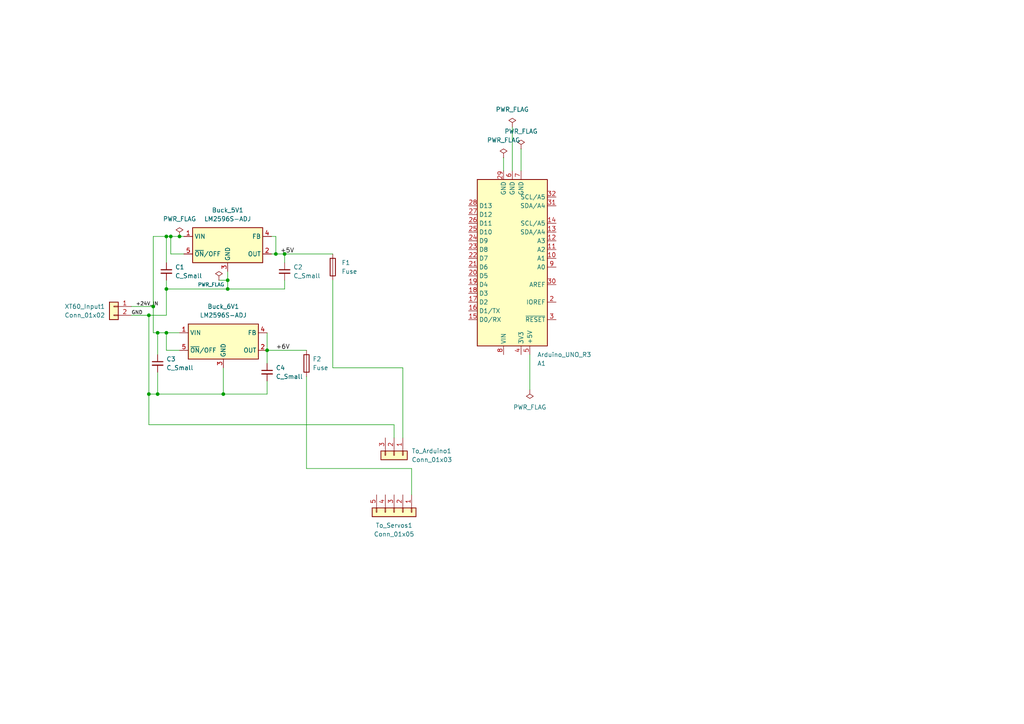
<source format=kicad_sch>
(kicad_sch
	(version 20250114)
	(generator "eeschema")
	(generator_version "9.0")
	(uuid "a0b8f5ad-c715-4685-9bc1-8aac905a6245")
	(paper "A4")
	(lib_symbols
		(symbol "Connector_Generic:Conn_01x02"
			(pin_names
				(offset 1.016)
				(hide yes)
			)
			(exclude_from_sim no)
			(in_bom yes)
			(on_board yes)
			(property "Reference" "J"
				(at 0 2.54 0)
				(effects
					(font
						(size 1.27 1.27)
					)
				)
			)
			(property "Value" "Conn_01x02"
				(at 0 -5.08 0)
				(effects
					(font
						(size 1.27 1.27)
					)
				)
			)
			(property "Footprint" ""
				(at 0 0 0)
				(effects
					(font
						(size 1.27 1.27)
					)
					(hide yes)
				)
			)
			(property "Datasheet" "~"
				(at 0 0 0)
				(effects
					(font
						(size 1.27 1.27)
					)
					(hide yes)
				)
			)
			(property "Description" "Generic connector, single row, 01x02, script generated (kicad-library-utils/schlib/autogen/connector/)"
				(at 0 0 0)
				(effects
					(font
						(size 1.27 1.27)
					)
					(hide yes)
				)
			)
			(property "ki_keywords" "connector"
				(at 0 0 0)
				(effects
					(font
						(size 1.27 1.27)
					)
					(hide yes)
				)
			)
			(property "ki_fp_filters" "Connector*:*_1x??_*"
				(at 0 0 0)
				(effects
					(font
						(size 1.27 1.27)
					)
					(hide yes)
				)
			)
			(symbol "Conn_01x02_1_1"
				(rectangle
					(start -1.27 1.27)
					(end 1.27 -3.81)
					(stroke
						(width 0.254)
						(type default)
					)
					(fill
						(type background)
					)
				)
				(rectangle
					(start -1.27 0.127)
					(end 0 -0.127)
					(stroke
						(width 0.1524)
						(type default)
					)
					(fill
						(type none)
					)
				)
				(rectangle
					(start -1.27 -2.413)
					(end 0 -2.667)
					(stroke
						(width 0.1524)
						(type default)
					)
					(fill
						(type none)
					)
				)
				(pin passive line
					(at -5.08 0 0)
					(length 3.81)
					(name "Pin_1"
						(effects
							(font
								(size 1.27 1.27)
							)
						)
					)
					(number "1"
						(effects
							(font
								(size 1.27 1.27)
							)
						)
					)
				)
				(pin passive line
					(at -5.08 -2.54 0)
					(length 3.81)
					(name "Pin_2"
						(effects
							(font
								(size 1.27 1.27)
							)
						)
					)
					(number "2"
						(effects
							(font
								(size 1.27 1.27)
							)
						)
					)
				)
			)
			(embedded_fonts no)
		)
		(symbol "Connector_Generic:Conn_01x03"
			(pin_names
				(offset 1.016)
				(hide yes)
			)
			(exclude_from_sim no)
			(in_bom yes)
			(on_board yes)
			(property "Reference" "J"
				(at 0 5.08 0)
				(effects
					(font
						(size 1.27 1.27)
					)
				)
			)
			(property "Value" "Conn_01x03"
				(at 0 -5.08 0)
				(effects
					(font
						(size 1.27 1.27)
					)
				)
			)
			(property "Footprint" ""
				(at 0 0 0)
				(effects
					(font
						(size 1.27 1.27)
					)
					(hide yes)
				)
			)
			(property "Datasheet" "~"
				(at 0 0 0)
				(effects
					(font
						(size 1.27 1.27)
					)
					(hide yes)
				)
			)
			(property "Description" "Generic connector, single row, 01x03, script generated (kicad-library-utils/schlib/autogen/connector/)"
				(at 0 0 0)
				(effects
					(font
						(size 1.27 1.27)
					)
					(hide yes)
				)
			)
			(property "ki_keywords" "connector"
				(at 0 0 0)
				(effects
					(font
						(size 1.27 1.27)
					)
					(hide yes)
				)
			)
			(property "ki_fp_filters" "Connector*:*_1x??_*"
				(at 0 0 0)
				(effects
					(font
						(size 1.27 1.27)
					)
					(hide yes)
				)
			)
			(symbol "Conn_01x03_1_1"
				(rectangle
					(start -1.27 3.81)
					(end 1.27 -3.81)
					(stroke
						(width 0.254)
						(type default)
					)
					(fill
						(type background)
					)
				)
				(rectangle
					(start -1.27 2.667)
					(end 0 2.413)
					(stroke
						(width 0.1524)
						(type default)
					)
					(fill
						(type none)
					)
				)
				(rectangle
					(start -1.27 0.127)
					(end 0 -0.127)
					(stroke
						(width 0.1524)
						(type default)
					)
					(fill
						(type none)
					)
				)
				(rectangle
					(start -1.27 -2.413)
					(end 0 -2.667)
					(stroke
						(width 0.1524)
						(type default)
					)
					(fill
						(type none)
					)
				)
				(pin passive line
					(at -5.08 2.54 0)
					(length 3.81)
					(name "Pin_1"
						(effects
							(font
								(size 1.27 1.27)
							)
						)
					)
					(number "1"
						(effects
							(font
								(size 1.27 1.27)
							)
						)
					)
				)
				(pin passive line
					(at -5.08 0 0)
					(length 3.81)
					(name "Pin_2"
						(effects
							(font
								(size 1.27 1.27)
							)
						)
					)
					(number "2"
						(effects
							(font
								(size 1.27 1.27)
							)
						)
					)
				)
				(pin passive line
					(at -5.08 -2.54 0)
					(length 3.81)
					(name "Pin_3"
						(effects
							(font
								(size 1.27 1.27)
							)
						)
					)
					(number "3"
						(effects
							(font
								(size 1.27 1.27)
							)
						)
					)
				)
			)
			(embedded_fonts no)
		)
		(symbol "Connector_Generic:Conn_01x05"
			(pin_names
				(offset 1.016)
				(hide yes)
			)
			(exclude_from_sim no)
			(in_bom yes)
			(on_board yes)
			(property "Reference" "J"
				(at 0 7.62 0)
				(effects
					(font
						(size 1.27 1.27)
					)
				)
			)
			(property "Value" "Conn_01x05"
				(at 0 -7.62 0)
				(effects
					(font
						(size 1.27 1.27)
					)
				)
			)
			(property "Footprint" ""
				(at 0 0 0)
				(effects
					(font
						(size 1.27 1.27)
					)
					(hide yes)
				)
			)
			(property "Datasheet" "~"
				(at 0 0 0)
				(effects
					(font
						(size 1.27 1.27)
					)
					(hide yes)
				)
			)
			(property "Description" "Generic connector, single row, 01x05, script generated (kicad-library-utils/schlib/autogen/connector/)"
				(at 0 0 0)
				(effects
					(font
						(size 1.27 1.27)
					)
					(hide yes)
				)
			)
			(property "ki_keywords" "connector"
				(at 0 0 0)
				(effects
					(font
						(size 1.27 1.27)
					)
					(hide yes)
				)
			)
			(property "ki_fp_filters" "Connector*:*_1x??_*"
				(at 0 0 0)
				(effects
					(font
						(size 1.27 1.27)
					)
					(hide yes)
				)
			)
			(symbol "Conn_01x05_1_1"
				(rectangle
					(start -1.27 6.35)
					(end 1.27 -6.35)
					(stroke
						(width 0.254)
						(type default)
					)
					(fill
						(type background)
					)
				)
				(rectangle
					(start -1.27 5.207)
					(end 0 4.953)
					(stroke
						(width 0.1524)
						(type default)
					)
					(fill
						(type none)
					)
				)
				(rectangle
					(start -1.27 2.667)
					(end 0 2.413)
					(stroke
						(width 0.1524)
						(type default)
					)
					(fill
						(type none)
					)
				)
				(rectangle
					(start -1.27 0.127)
					(end 0 -0.127)
					(stroke
						(width 0.1524)
						(type default)
					)
					(fill
						(type none)
					)
				)
				(rectangle
					(start -1.27 -2.413)
					(end 0 -2.667)
					(stroke
						(width 0.1524)
						(type default)
					)
					(fill
						(type none)
					)
				)
				(rectangle
					(start -1.27 -4.953)
					(end 0 -5.207)
					(stroke
						(width 0.1524)
						(type default)
					)
					(fill
						(type none)
					)
				)
				(pin passive line
					(at -5.08 5.08 0)
					(length 3.81)
					(name "Pin_1"
						(effects
							(font
								(size 1.27 1.27)
							)
						)
					)
					(number "1"
						(effects
							(font
								(size 1.27 1.27)
							)
						)
					)
				)
				(pin passive line
					(at -5.08 2.54 0)
					(length 3.81)
					(name "Pin_2"
						(effects
							(font
								(size 1.27 1.27)
							)
						)
					)
					(number "2"
						(effects
							(font
								(size 1.27 1.27)
							)
						)
					)
				)
				(pin passive line
					(at -5.08 0 0)
					(length 3.81)
					(name "Pin_3"
						(effects
							(font
								(size 1.27 1.27)
							)
						)
					)
					(number "3"
						(effects
							(font
								(size 1.27 1.27)
							)
						)
					)
				)
				(pin passive line
					(at -5.08 -2.54 0)
					(length 3.81)
					(name "Pin_4"
						(effects
							(font
								(size 1.27 1.27)
							)
						)
					)
					(number "4"
						(effects
							(font
								(size 1.27 1.27)
							)
						)
					)
				)
				(pin passive line
					(at -5.08 -5.08 0)
					(length 3.81)
					(name "Pin_5"
						(effects
							(font
								(size 1.27 1.27)
							)
						)
					)
					(number "5"
						(effects
							(font
								(size 1.27 1.27)
							)
						)
					)
				)
			)
			(embedded_fonts no)
		)
		(symbol "Device:C_Small"
			(pin_numbers
				(hide yes)
			)
			(pin_names
				(offset 0.254)
				(hide yes)
			)
			(exclude_from_sim no)
			(in_bom yes)
			(on_board yes)
			(property "Reference" "C"
				(at 0.254 1.778 0)
				(effects
					(font
						(size 1.27 1.27)
					)
					(justify left)
				)
			)
			(property "Value" "C_Small"
				(at 0.254 -2.032 0)
				(effects
					(font
						(size 1.27 1.27)
					)
					(justify left)
				)
			)
			(property "Footprint" ""
				(at 0 0 0)
				(effects
					(font
						(size 1.27 1.27)
					)
					(hide yes)
				)
			)
			(property "Datasheet" "~"
				(at 0 0 0)
				(effects
					(font
						(size 1.27 1.27)
					)
					(hide yes)
				)
			)
			(property "Description" "Unpolarized capacitor, small symbol"
				(at 0 0 0)
				(effects
					(font
						(size 1.27 1.27)
					)
					(hide yes)
				)
			)
			(property "ki_keywords" "capacitor cap"
				(at 0 0 0)
				(effects
					(font
						(size 1.27 1.27)
					)
					(hide yes)
				)
			)
			(property "ki_fp_filters" "C_*"
				(at 0 0 0)
				(effects
					(font
						(size 1.27 1.27)
					)
					(hide yes)
				)
			)
			(symbol "C_Small_0_1"
				(polyline
					(pts
						(xy -1.524 0.508) (xy 1.524 0.508)
					)
					(stroke
						(width 0.3048)
						(type default)
					)
					(fill
						(type none)
					)
				)
				(polyline
					(pts
						(xy -1.524 -0.508) (xy 1.524 -0.508)
					)
					(stroke
						(width 0.3302)
						(type default)
					)
					(fill
						(type none)
					)
				)
			)
			(symbol "C_Small_1_1"
				(pin passive line
					(at 0 2.54 270)
					(length 2.032)
					(name "~"
						(effects
							(font
								(size 1.27 1.27)
							)
						)
					)
					(number "1"
						(effects
							(font
								(size 1.27 1.27)
							)
						)
					)
				)
				(pin passive line
					(at 0 -2.54 90)
					(length 2.032)
					(name "~"
						(effects
							(font
								(size 1.27 1.27)
							)
						)
					)
					(number "2"
						(effects
							(font
								(size 1.27 1.27)
							)
						)
					)
				)
			)
			(embedded_fonts no)
		)
		(symbol "Device:Fuse"
			(pin_numbers
				(hide yes)
			)
			(pin_names
				(offset 0)
			)
			(exclude_from_sim no)
			(in_bom yes)
			(on_board yes)
			(property "Reference" "F"
				(at 2.032 0 90)
				(effects
					(font
						(size 1.27 1.27)
					)
				)
			)
			(property "Value" "Fuse"
				(at -1.905 0 90)
				(effects
					(font
						(size 1.27 1.27)
					)
				)
			)
			(property "Footprint" ""
				(at -1.778 0 90)
				(effects
					(font
						(size 1.27 1.27)
					)
					(hide yes)
				)
			)
			(property "Datasheet" "~"
				(at 0 0 0)
				(effects
					(font
						(size 1.27 1.27)
					)
					(hide yes)
				)
			)
			(property "Description" "Fuse"
				(at 0 0 0)
				(effects
					(font
						(size 1.27 1.27)
					)
					(hide yes)
				)
			)
			(property "ki_keywords" "fuse"
				(at 0 0 0)
				(effects
					(font
						(size 1.27 1.27)
					)
					(hide yes)
				)
			)
			(property "ki_fp_filters" "*Fuse*"
				(at 0 0 0)
				(effects
					(font
						(size 1.27 1.27)
					)
					(hide yes)
				)
			)
			(symbol "Fuse_0_1"
				(rectangle
					(start -0.762 -2.54)
					(end 0.762 2.54)
					(stroke
						(width 0.254)
						(type default)
					)
					(fill
						(type none)
					)
				)
				(polyline
					(pts
						(xy 0 2.54) (xy 0 -2.54)
					)
					(stroke
						(width 0)
						(type default)
					)
					(fill
						(type none)
					)
				)
			)
			(symbol "Fuse_1_1"
				(pin passive line
					(at 0 3.81 270)
					(length 1.27)
					(name "~"
						(effects
							(font
								(size 1.27 1.27)
							)
						)
					)
					(number "1"
						(effects
							(font
								(size 1.27 1.27)
							)
						)
					)
				)
				(pin passive line
					(at 0 -3.81 90)
					(length 1.27)
					(name "~"
						(effects
							(font
								(size 1.27 1.27)
							)
						)
					)
					(number "2"
						(effects
							(font
								(size 1.27 1.27)
							)
						)
					)
				)
			)
			(embedded_fonts no)
		)
		(symbol "MCU_Module:Arduino_UNO_R3"
			(exclude_from_sim no)
			(in_bom yes)
			(on_board yes)
			(property "Reference" "A1"
				(at 7.2233 27.94 0)
				(effects
					(font
						(size 1.27 1.27)
					)
					(justify left)
				)
			)
			(property "Value" "Arduino_UNO_R3"
				(at 7.2233 25.4 0)
				(effects
					(font
						(size 1.27 1.27)
					)
					(justify left)
				)
			)
			(property "Footprint" "Module:Arduino_UNO_R3"
				(at 0 0 0)
				(effects
					(font
						(size 1.27 1.27)
						(italic yes)
					)
					(hide yes)
				)
			)
			(property "Datasheet" "https://www.arduino.cc/en/Main/arduinoBoardUno"
				(at 0 0 0)
				(effects
					(font
						(size 1.27 1.27)
					)
					(hide yes)
				)
			)
			(property "Description" "Arduino UNO Microcontroller Module, release 3"
				(at 0 0 0)
				(effects
					(font
						(size 1.27 1.27)
					)
					(hide yes)
				)
			)
			(property "ki_keywords" "Arduino UNO R3 Microcontroller Module Atmel AVR USB"
				(at 0 0 0)
				(effects
					(font
						(size 1.27 1.27)
					)
					(hide yes)
				)
			)
			(property "ki_fp_filters" "Arduino*UNO*R3*"
				(at 0 0 0)
				(effects
					(font
						(size 1.27 1.27)
					)
					(hide yes)
				)
			)
			(symbol "Arduino_UNO_R3_0_1"
				(rectangle
					(start -10.16 22.86)
					(end 10.16 -25.4)
					(stroke
						(width 0.254)
						(type default)
					)
					(fill
						(type background)
					)
				)
			)
			(symbol "Arduino_UNO_R3_1_1"
				(pin bidirectional line
					(at -12.7 15.24 0)
					(length 2.54)
					(name "D0/RX"
						(effects
							(font
								(size 1.27 1.27)
							)
						)
					)
					(number "15"
						(effects
							(font
								(size 1.27 1.27)
							)
						)
					)
				)
				(pin bidirectional line
					(at -12.7 12.7 0)
					(length 2.54)
					(name "D1/TX"
						(effects
							(font
								(size 1.27 1.27)
							)
						)
					)
					(number "16"
						(effects
							(font
								(size 1.27 1.27)
							)
						)
					)
				)
				(pin bidirectional line
					(at -12.7 10.16 0)
					(length 2.54)
					(name "D2"
						(effects
							(font
								(size 1.27 1.27)
							)
						)
					)
					(number "17"
						(effects
							(font
								(size 1.27 1.27)
							)
						)
					)
				)
				(pin bidirectional line
					(at -12.7 7.62 0)
					(length 2.54)
					(name "D3"
						(effects
							(font
								(size 1.27 1.27)
							)
						)
					)
					(number "18"
						(effects
							(font
								(size 1.27 1.27)
							)
						)
					)
				)
				(pin bidirectional line
					(at -12.7 5.08 0)
					(length 2.54)
					(name "D4"
						(effects
							(font
								(size 1.27 1.27)
							)
						)
					)
					(number "19"
						(effects
							(font
								(size 1.27 1.27)
							)
						)
					)
				)
				(pin bidirectional line
					(at -12.7 2.54 0)
					(length 2.54)
					(name "D5"
						(effects
							(font
								(size 1.27 1.27)
							)
						)
					)
					(number "20"
						(effects
							(font
								(size 1.27 1.27)
							)
						)
					)
				)
				(pin bidirectional line
					(at -12.7 0 0)
					(length 2.54)
					(name "D6"
						(effects
							(font
								(size 1.27 1.27)
							)
						)
					)
					(number "21"
						(effects
							(font
								(size 1.27 1.27)
							)
						)
					)
				)
				(pin bidirectional line
					(at -12.7 -2.54 0)
					(length 2.54)
					(name "D7"
						(effects
							(font
								(size 1.27 1.27)
							)
						)
					)
					(number "22"
						(effects
							(font
								(size 1.27 1.27)
							)
						)
					)
				)
				(pin bidirectional line
					(at -12.7 -5.08 0)
					(length 2.54)
					(name "D8"
						(effects
							(font
								(size 1.27 1.27)
							)
						)
					)
					(number "23"
						(effects
							(font
								(size 1.27 1.27)
							)
						)
					)
				)
				(pin bidirectional line
					(at -12.7 -7.62 0)
					(length 2.54)
					(name "D9"
						(effects
							(font
								(size 1.27 1.27)
							)
						)
					)
					(number "24"
						(effects
							(font
								(size 1.27 1.27)
							)
						)
					)
				)
				(pin bidirectional line
					(at -12.7 -10.16 0)
					(length 2.54)
					(name "D10"
						(effects
							(font
								(size 1.27 1.27)
							)
						)
					)
					(number "25"
						(effects
							(font
								(size 1.27 1.27)
							)
						)
					)
				)
				(pin bidirectional line
					(at -12.7 -12.7 0)
					(length 2.54)
					(name "D11"
						(effects
							(font
								(size 1.27 1.27)
							)
						)
					)
					(number "26"
						(effects
							(font
								(size 1.27 1.27)
							)
						)
					)
				)
				(pin bidirectional line
					(at -12.7 -15.24 0)
					(length 2.54)
					(name "D12"
						(effects
							(font
								(size 1.27 1.27)
							)
						)
					)
					(number "27"
						(effects
							(font
								(size 1.27 1.27)
							)
						)
					)
				)
				(pin bidirectional line
					(at -12.7 -17.78 0)
					(length 2.54)
					(name "D13"
						(effects
							(font
								(size 1.27 1.27)
							)
						)
					)
					(number "28"
						(effects
							(font
								(size 1.27 1.27)
							)
						)
					)
				)
				(pin no_connect line
					(at -10.16 -20.32 0)
					(length 2.54)
					(hide yes)
					(name "NC"
						(effects
							(font
								(size 1.27 1.27)
							)
						)
					)
					(number "1"
						(effects
							(font
								(size 1.27 1.27)
							)
						)
					)
				)
				(pin power_in line
					(at -2.54 25.4 270)
					(length 2.54)
					(name "VIN"
						(effects
							(font
								(size 1.27 1.27)
							)
						)
					)
					(number "8"
						(effects
							(font
								(size 1.27 1.27)
							)
						)
					)
				)
				(pin power_in line
					(at -2.54 -27.94 90)
					(length 2.54)
					(name "GND"
						(effects
							(font
								(size 1.27 1.27)
							)
						)
					)
					(number "29"
						(effects
							(font
								(size 1.27 1.27)
							)
						)
					)
				)
				(pin power_in line
					(at 0 -27.94 90)
					(length 2.54)
					(name "GND"
						(effects
							(font
								(size 1.27 1.27)
							)
						)
					)
					(number "6"
						(effects
							(font
								(size 1.27 1.27)
							)
						)
					)
				)
				(pin power_out line
					(at 2.54 25.4 270)
					(length 2.54)
					(name "3V3"
						(effects
							(font
								(size 1.27 1.27)
							)
						)
					)
					(number "4"
						(effects
							(font
								(size 1.27 1.27)
							)
						)
					)
				)
				(pin power_in line
					(at 2.54 -27.94 90)
					(length 2.54)
					(name "GND"
						(effects
							(font
								(size 1.27 1.27)
							)
						)
					)
					(number "7"
						(effects
							(font
								(size 1.27 1.27)
							)
						)
					)
				)
				(pin power_in line
					(at 5.08 25.4 270)
					(length 2.54)
					(name "+5V"
						(effects
							(font
								(size 1.27 1.27)
							)
						)
					)
					(number "5"
						(effects
							(font
								(size 1.27 1.27)
							)
						)
					)
				)
				(pin input line
					(at 12.7 15.24 180)
					(length 2.54)
					(name "~{RESET}"
						(effects
							(font
								(size 1.27 1.27)
							)
						)
					)
					(number "3"
						(effects
							(font
								(size 1.27 1.27)
							)
						)
					)
				)
				(pin output line
					(at 12.7 10.16 180)
					(length 2.54)
					(name "IOREF"
						(effects
							(font
								(size 1.27 1.27)
							)
						)
					)
					(number "2"
						(effects
							(font
								(size 1.27 1.27)
							)
						)
					)
				)
				(pin input line
					(at 12.7 5.08 180)
					(length 2.54)
					(name "AREF"
						(effects
							(font
								(size 1.27 1.27)
							)
						)
					)
					(number "30"
						(effects
							(font
								(size 1.27 1.27)
							)
						)
					)
				)
				(pin bidirectional line
					(at 12.7 0 180)
					(length 2.54)
					(name "A0"
						(effects
							(font
								(size 1.27 1.27)
							)
						)
					)
					(number "9"
						(effects
							(font
								(size 1.27 1.27)
							)
						)
					)
				)
				(pin bidirectional line
					(at 12.7 -2.54 180)
					(length 2.54)
					(name "A1"
						(effects
							(font
								(size 1.27 1.27)
							)
						)
					)
					(number "10"
						(effects
							(font
								(size 1.27 1.27)
							)
						)
					)
				)
				(pin bidirectional line
					(at 12.7 -5.08 180)
					(length 2.54)
					(name "A2"
						(effects
							(font
								(size 1.27 1.27)
							)
						)
					)
					(number "11"
						(effects
							(font
								(size 1.27 1.27)
							)
						)
					)
				)
				(pin bidirectional line
					(at 12.7 -7.62 180)
					(length 2.54)
					(name "A3"
						(effects
							(font
								(size 1.27 1.27)
							)
						)
					)
					(number "12"
						(effects
							(font
								(size 1.27 1.27)
							)
						)
					)
				)
				(pin bidirectional line
					(at 12.7 -10.16 180)
					(length 2.54)
					(name "SDA/A4"
						(effects
							(font
								(size 1.27 1.27)
							)
						)
					)
					(number "13"
						(effects
							(font
								(size 1.27 1.27)
							)
						)
					)
				)
				(pin bidirectional line
					(at 12.7 -12.7 180)
					(length 2.54)
					(name "SCL/A5"
						(effects
							(font
								(size 1.27 1.27)
							)
						)
					)
					(number "14"
						(effects
							(font
								(size 1.27 1.27)
							)
						)
					)
				)
				(pin bidirectional line
					(at 12.7 -17.78 180)
					(length 2.54)
					(name "SDA/A4"
						(effects
							(font
								(size 1.27 1.27)
							)
						)
					)
					(number "31"
						(effects
							(font
								(size 1.27 1.27)
							)
						)
					)
				)
				(pin bidirectional line
					(at 12.7 -20.32 180)
					(length 2.54)
					(name "SCL/A5"
						(effects
							(font
								(size 1.27 1.27)
							)
						)
					)
					(number "32"
						(effects
							(font
								(size 1.27 1.27)
							)
						)
					)
				)
			)
			(embedded_fonts no)
		)
		(symbol "Regulator_Switching:LM2596S-ADJ"
			(exclude_from_sim no)
			(in_bom yes)
			(on_board yes)
			(property "Reference" "U"
				(at -10.16 6.35 0)
				(effects
					(font
						(size 1.27 1.27)
					)
					(justify left)
				)
			)
			(property "Value" "LM2596S-ADJ"
				(at 0 6.35 0)
				(effects
					(font
						(size 1.27 1.27)
					)
					(justify left)
				)
			)
			(property "Footprint" "Package_TO_SOT_SMD:TO-263-5_TabPin3"
				(at 1.27 -6.35 0)
				(effects
					(font
						(size 1.27 1.27)
						(italic yes)
					)
					(justify left)
					(hide yes)
				)
			)
			(property "Datasheet" "http://www.ti.com/lit/ds/symlink/lm2596.pdf"
				(at 0 0 0)
				(effects
					(font
						(size 1.27 1.27)
					)
					(hide yes)
				)
			)
			(property "Description" "Adjustable 3A Step-Down Voltage Regulator, TO-263"
				(at 0 0 0)
				(effects
					(font
						(size 1.27 1.27)
					)
					(hide yes)
				)
			)
			(property "ki_keywords" "Step-Down Voltage Regulator Adjustable 3A"
				(at 0 0 0)
				(effects
					(font
						(size 1.27 1.27)
					)
					(hide yes)
				)
			)
			(property "ki_fp_filters" "TO?263*"
				(at 0 0 0)
				(effects
					(font
						(size 1.27 1.27)
					)
					(hide yes)
				)
			)
			(symbol "LM2596S-ADJ_0_1"
				(rectangle
					(start -10.16 5.08)
					(end 10.16 -5.08)
					(stroke
						(width 0.254)
						(type default)
					)
					(fill
						(type background)
					)
				)
			)
			(symbol "LM2596S-ADJ_1_1"
				(pin power_in line
					(at -12.7 2.54 0)
					(length 2.54)
					(name "VIN"
						(effects
							(font
								(size 1.27 1.27)
							)
						)
					)
					(number "1"
						(effects
							(font
								(size 1.27 1.27)
							)
						)
					)
				)
				(pin input line
					(at -12.7 -2.54 0)
					(length 2.54)
					(name "~{ON}/OFF"
						(effects
							(font
								(size 1.27 1.27)
							)
						)
					)
					(number "5"
						(effects
							(font
								(size 1.27 1.27)
							)
						)
					)
				)
				(pin power_in line
					(at 0 -7.62 90)
					(length 2.54)
					(name "GND"
						(effects
							(font
								(size 1.27 1.27)
							)
						)
					)
					(number "3"
						(effects
							(font
								(size 1.27 1.27)
							)
						)
					)
				)
				(pin input line
					(at 12.7 2.54 180)
					(length 2.54)
					(name "FB"
						(effects
							(font
								(size 1.27 1.27)
							)
						)
					)
					(number "4"
						(effects
							(font
								(size 1.27 1.27)
							)
						)
					)
				)
				(pin output line
					(at 12.7 -2.54 180)
					(length 2.54)
					(name "OUT"
						(effects
							(font
								(size 1.27 1.27)
							)
						)
					)
					(number "2"
						(effects
							(font
								(size 1.27 1.27)
							)
						)
					)
				)
			)
			(embedded_fonts no)
		)
		(symbol "power:PWR_FLAG"
			(power)
			(pin_numbers
				(hide yes)
			)
			(pin_names
				(offset 0)
				(hide yes)
			)
			(exclude_from_sim no)
			(in_bom yes)
			(on_board yes)
			(property "Reference" "#FLG"
				(at 0 1.905 0)
				(effects
					(font
						(size 1.27 1.27)
					)
					(hide yes)
				)
			)
			(property "Value" "PWR_FLAG"
				(at 0 3.81 0)
				(effects
					(font
						(size 1.27 1.27)
					)
				)
			)
			(property "Footprint" ""
				(at 0 0 0)
				(effects
					(font
						(size 1.27 1.27)
					)
					(hide yes)
				)
			)
			(property "Datasheet" "~"
				(at 0 0 0)
				(effects
					(font
						(size 1.27 1.27)
					)
					(hide yes)
				)
			)
			(property "Description" "Special symbol for telling ERC where power comes from"
				(at 0 0 0)
				(effects
					(font
						(size 1.27 1.27)
					)
					(hide yes)
				)
			)
			(property "ki_keywords" "flag power"
				(at 0 0 0)
				(effects
					(font
						(size 1.27 1.27)
					)
					(hide yes)
				)
			)
			(symbol "PWR_FLAG_0_0"
				(pin power_out line
					(at 0 0 90)
					(length 0)
					(name "~"
						(effects
							(font
								(size 1.27 1.27)
							)
						)
					)
					(number "1"
						(effects
							(font
								(size 1.27 1.27)
							)
						)
					)
				)
			)
			(symbol "PWR_FLAG_0_1"
				(polyline
					(pts
						(xy 0 0) (xy 0 1.27) (xy -1.016 1.905) (xy 0 2.54) (xy 1.016 1.905) (xy 0 1.27)
					)
					(stroke
						(width 0)
						(type default)
					)
					(fill
						(type none)
					)
				)
			)
			(embedded_fonts no)
		)
	)
	(junction
		(at 64.77 114.3)
		(diameter 0)
		(color 0 0 0 0)
		(uuid "12280c68-b4a6-4018-9c45-81520675169f")
	)
	(junction
		(at 80.01 73.66)
		(diameter 0)
		(color 0 0 0 0)
		(uuid "17655cbc-d020-458d-bc71-763974db0b4b")
	)
	(junction
		(at 49.53 68.58)
		(diameter 0)
		(color 0 0 0 0)
		(uuid "40b7465f-3fd4-4e8b-802d-1c9e4c43e005")
	)
	(junction
		(at 48.26 83.82)
		(diameter 0)
		(color 0 0 0 0)
		(uuid "479c0bb5-ac3a-49b0-bb05-1deb1fa33fca")
	)
	(junction
		(at 52.07 68.58)
		(diameter 0)
		(color 0 0 0 0)
		(uuid "57d1e580-c1a6-43b3-9b5d-6765b0d7c4bf")
	)
	(junction
		(at 66.04 83.82)
		(diameter 0)
		(color 0 0 0 0)
		(uuid "5bcccbb7-304d-4b1d-9d7c-5c5aff6bb429")
	)
	(junction
		(at 48.26 96.52)
		(diameter 0)
		(color 0 0 0 0)
		(uuid "6f4d92fc-6645-48b4-aba5-0c90d04ad7f2")
	)
	(junction
		(at 82.55 73.66)
		(diameter 0)
		(color 0 0 0 0)
		(uuid "84b1eba9-465b-4509-aeff-9cb10ed49a21")
	)
	(junction
		(at 77.47 101.6)
		(diameter 0)
		(color 0 0 0 0)
		(uuid "914369e5-bef6-4318-8bfe-a4830e18c0a5")
	)
	(junction
		(at 44.45 88.9)
		(diameter 0)
		(color 0 0 0 0)
		(uuid "92243008-0cd2-49de-9ac4-2641dc1172ed")
	)
	(junction
		(at 45.72 96.52)
		(diameter 0)
		(color 0 0 0 0)
		(uuid "93874ee3-7542-4542-a5f3-0d71ebf7ab4d")
	)
	(junction
		(at 43.18 114.3)
		(diameter 0)
		(color 0 0 0 0)
		(uuid "a2d2f3d3-cc18-4442-9529-db0a1cc12271")
	)
	(junction
		(at 43.18 91.44)
		(diameter 0)
		(color 0 0 0 0)
		(uuid "a5d3943f-148e-4a39-847a-d36cf2e25e3c")
	)
	(junction
		(at 66.04 81.28)
		(diameter 0)
		(color 0 0 0 0)
		(uuid "c15ecd63-709c-4b06-a537-e2a1cbcc0344")
	)
	(junction
		(at 45.72 114.3)
		(diameter 0)
		(color 0 0 0 0)
		(uuid "deec6efd-a9e2-4657-aa54-ca29f9a6b775")
	)
	(junction
		(at 48.26 68.58)
		(diameter 0)
		(color 0 0 0 0)
		(uuid "efeea69d-909b-492e-8b08-baf5f927de0c")
	)
	(wire
		(pts
			(xy 44.45 68.58) (xy 44.45 88.9)
		)
		(stroke
			(width 0)
			(type default)
		)
		(uuid "03f79287-5283-447d-a1b8-0a0c71d53c1b")
	)
	(wire
		(pts
			(xy 153.67 113.03) (xy 153.67 102.87)
		)
		(stroke
			(width 0)
			(type default)
		)
		(uuid "054eff97-b7f3-42d1-94d8-3c512c45b75b")
	)
	(wire
		(pts
			(xy 38.1 88.9) (xy 44.45 88.9)
		)
		(stroke
			(width 0)
			(type default)
		)
		(uuid "100f44f7-3124-4a6c-9f64-6f0ff648e377")
	)
	(wire
		(pts
			(xy 66.04 78.74) (xy 66.04 81.28)
		)
		(stroke
			(width 0)
			(type default)
		)
		(uuid "16d32b87-b27f-4301-bca8-e18223922fc8")
	)
	(wire
		(pts
			(xy 78.74 68.58) (xy 80.01 68.58)
		)
		(stroke
			(width 0)
			(type default)
		)
		(uuid "202163d8-8b6e-4312-a2df-937e2234a8f5")
	)
	(wire
		(pts
			(xy 88.9 109.22) (xy 88.9 135.89)
		)
		(stroke
			(width 0)
			(type default)
		)
		(uuid "249fc495-3e52-4b37-b875-194135cad833")
	)
	(wire
		(pts
			(xy 151.13 43.18) (xy 151.13 49.53)
		)
		(stroke
			(width 0)
			(type default)
		)
		(uuid "35e3eb55-8394-471f-a830-c47aff891521")
	)
	(wire
		(pts
			(xy 66.04 83.82) (xy 48.26 83.82)
		)
		(stroke
			(width 0)
			(type default)
		)
		(uuid "363ebf83-7db5-46d0-9b6e-613196ac81ee")
	)
	(wire
		(pts
			(xy 146.05 45.72) (xy 146.05 49.53)
		)
		(stroke
			(width 0)
			(type default)
		)
		(uuid "3db819bc-01d9-49f7-aba3-6876dffa71c2")
	)
	(wire
		(pts
			(xy 82.55 73.66) (xy 96.52 73.66)
		)
		(stroke
			(width 0)
			(type default)
		)
		(uuid "42d6b35c-cd58-406d-a694-002a756dd09b")
	)
	(wire
		(pts
			(xy 43.18 91.44) (xy 43.18 114.3)
		)
		(stroke
			(width 0)
			(type default)
		)
		(uuid "492c5783-1df8-4db0-ae13-33471f2259d5")
	)
	(wire
		(pts
			(xy 77.47 114.3) (xy 64.77 114.3)
		)
		(stroke
			(width 0)
			(type default)
		)
		(uuid "54f57674-6ad9-440c-98b2-3fb5248f42a1")
	)
	(wire
		(pts
			(xy 43.18 123.19) (xy 43.18 114.3)
		)
		(stroke
			(width 0)
			(type default)
		)
		(uuid "5fda09f0-620e-42b8-acc4-3936c5eb9efd")
	)
	(wire
		(pts
			(xy 45.72 96.52) (xy 48.26 96.52)
		)
		(stroke
			(width 0)
			(type default)
		)
		(uuid "611a8f87-9059-42e8-a898-23f5134a8245")
	)
	(wire
		(pts
			(xy 44.45 68.58) (xy 48.26 68.58)
		)
		(stroke
			(width 0)
			(type default)
		)
		(uuid "61e856cc-4dbe-4b50-9f0b-37320bebb63c")
	)
	(wire
		(pts
			(xy 77.47 96.52) (xy 77.47 101.6)
		)
		(stroke
			(width 0)
			(type default)
		)
		(uuid "6297afd2-e1bf-4c9e-87ef-895c3c8eb591")
	)
	(wire
		(pts
			(xy 64.77 114.3) (xy 45.72 114.3)
		)
		(stroke
			(width 0)
			(type default)
		)
		(uuid "6377b92a-65f1-4799-a911-ef0e40d3feef")
	)
	(wire
		(pts
			(xy 77.47 110.49) (xy 77.47 114.3)
		)
		(stroke
			(width 0)
			(type default)
		)
		(uuid "6f59cca7-5a04-4b3a-b5e4-05c73d6e0a9d")
	)
	(wire
		(pts
			(xy 48.26 101.6) (xy 48.26 96.52)
		)
		(stroke
			(width 0)
			(type default)
		)
		(uuid "6f73ea8f-e6d7-4967-9960-7794c7117028")
	)
	(wire
		(pts
			(xy 88.9 135.89) (xy 119.38 135.89)
		)
		(stroke
			(width 0)
			(type default)
		)
		(uuid "723770b0-020f-4234-a0bb-c4fd6f1b37ea")
	)
	(wire
		(pts
			(xy 53.34 73.66) (xy 49.53 73.66)
		)
		(stroke
			(width 0)
			(type default)
		)
		(uuid "72592668-ca6a-44bd-97be-ee8a71f8daa8")
	)
	(wire
		(pts
			(xy 148.59 36.83) (xy 148.59 49.53)
		)
		(stroke
			(width 0)
			(type default)
		)
		(uuid "73196885-f38a-4a34-ba74-f409352e4984")
	)
	(wire
		(pts
			(xy 77.47 101.6) (xy 88.9 101.6)
		)
		(stroke
			(width 0)
			(type default)
		)
		(uuid "73b8568d-2617-4776-ae7d-921e5679b886")
	)
	(wire
		(pts
			(xy 45.72 102.87) (xy 45.72 96.52)
		)
		(stroke
			(width 0)
			(type default)
		)
		(uuid "7d3f924d-bd2c-4b8f-91cd-52d8be1ec1ce")
	)
	(wire
		(pts
			(xy 48.26 81.28) (xy 48.26 83.82)
		)
		(stroke
			(width 0)
			(type default)
		)
		(uuid "7decb4a1-a337-48e3-8c25-2ca9a2dacf59")
	)
	(wire
		(pts
			(xy 49.53 73.66) (xy 49.53 68.58)
		)
		(stroke
			(width 0)
			(type default)
		)
		(uuid "88a3199f-02a1-42bb-9e9a-22afd33ede68")
	)
	(wire
		(pts
			(xy 48.26 96.52) (xy 52.07 96.52)
		)
		(stroke
			(width 0)
			(type default)
		)
		(uuid "8acb0eac-aa06-472e-b6c0-49d98fdccb6b")
	)
	(wire
		(pts
			(xy 116.84 106.68) (xy 116.84 127)
		)
		(stroke
			(width 0)
			(type default)
		)
		(uuid "8e6a18d2-0634-4adb-a99f-b25d49b4c1c2")
	)
	(wire
		(pts
			(xy 82.55 76.2) (xy 82.55 73.66)
		)
		(stroke
			(width 0)
			(type default)
		)
		(uuid "8f1da7fe-702c-432d-9ca5-502867451e38")
	)
	(wire
		(pts
			(xy 96.52 81.28) (xy 96.52 106.68)
		)
		(stroke
			(width 0)
			(type default)
		)
		(uuid "9242c8a3-f33a-4a7d-80e2-44a916815b3c")
	)
	(wire
		(pts
			(xy 77.47 101.6) (xy 77.47 105.41)
		)
		(stroke
			(width 0)
			(type default)
		)
		(uuid "93b9f534-294c-4f44-b9b9-46ab93c4d417")
	)
	(wire
		(pts
			(xy 78.74 73.66) (xy 80.01 73.66)
		)
		(stroke
			(width 0)
			(type default)
		)
		(uuid "93dbf2af-9176-4c7a-a1a6-b687db1cbb45")
	)
	(wire
		(pts
			(xy 114.3 127) (xy 114.3 123.19)
		)
		(stroke
			(width 0)
			(type default)
		)
		(uuid "9c0fb5e9-64d5-4022-9a6f-8c7a1390c703")
	)
	(wire
		(pts
			(xy 63.5 81.28) (xy 66.04 81.28)
		)
		(stroke
			(width 0)
			(type default)
		)
		(uuid "a399b528-2338-4cb0-aac8-9538d890992b")
	)
	(wire
		(pts
			(xy 52.07 101.6) (xy 48.26 101.6)
		)
		(stroke
			(width 0)
			(type default)
		)
		(uuid "a8585d0d-520f-4bec-8fdf-a946097ba5d3")
	)
	(wire
		(pts
			(xy 66.04 81.28) (xy 66.04 83.82)
		)
		(stroke
			(width 0)
			(type default)
		)
		(uuid "b8527757-fbb6-4f7d-a11e-daba9a800d73")
	)
	(wire
		(pts
			(xy 80.01 73.66) (xy 82.55 73.66)
		)
		(stroke
			(width 0)
			(type default)
		)
		(uuid "bbf94a65-fe5d-4f8b-ac8e-da8d1f70400f")
	)
	(wire
		(pts
			(xy 45.72 114.3) (xy 43.18 114.3)
		)
		(stroke
			(width 0)
			(type default)
		)
		(uuid "c05332ff-5678-47f3-8852-62385e95ce51")
	)
	(wire
		(pts
			(xy 82.55 81.28) (xy 82.55 83.82)
		)
		(stroke
			(width 0)
			(type default)
		)
		(uuid "c2214222-7eb7-4291-a967-4e6327aa7898")
	)
	(wire
		(pts
			(xy 80.01 68.58) (xy 80.01 73.66)
		)
		(stroke
			(width 0)
			(type default)
		)
		(uuid "c26d1a94-447f-4dff-85ae-740c7331cdcc")
	)
	(wire
		(pts
			(xy 48.26 76.2) (xy 48.26 68.58)
		)
		(stroke
			(width 0)
			(type default)
		)
		(uuid "c3c23bcf-881f-486e-ab7f-07f9a6d1fa8a")
	)
	(wire
		(pts
			(xy 38.1 91.44) (xy 43.18 91.44)
		)
		(stroke
			(width 0)
			(type default)
		)
		(uuid "cda25147-b452-432b-9435-a676f77934f9")
	)
	(wire
		(pts
			(xy 48.26 83.82) (xy 48.26 91.44)
		)
		(stroke
			(width 0)
			(type default)
		)
		(uuid "d1341f47-495b-4fc3-95ab-77163d63aace")
	)
	(wire
		(pts
			(xy 43.18 91.44) (xy 48.26 91.44)
		)
		(stroke
			(width 0)
			(type default)
		)
		(uuid "d8c715dd-b459-4b82-89fa-9ff4b12c0e36")
	)
	(wire
		(pts
			(xy 52.07 68.58) (xy 53.34 68.58)
		)
		(stroke
			(width 0)
			(type default)
		)
		(uuid "dff43931-a653-49d0-a576-a1c65d119b84")
	)
	(wire
		(pts
			(xy 44.45 96.52) (xy 45.72 96.52)
		)
		(stroke
			(width 0)
			(type default)
		)
		(uuid "e00c742b-278c-45b8-958b-aeedeb296702")
	)
	(wire
		(pts
			(xy 64.77 106.68) (xy 64.77 114.3)
		)
		(stroke
			(width 0)
			(type default)
		)
		(uuid "e4990e1e-06c6-4b75-b8ce-a253dcd5d5a0")
	)
	(wire
		(pts
			(xy 82.55 83.82) (xy 66.04 83.82)
		)
		(stroke
			(width 0)
			(type default)
		)
		(uuid "e557062a-ec2c-408c-ac32-466de21852f0")
	)
	(wire
		(pts
			(xy 114.3 123.19) (xy 43.18 123.19)
		)
		(stroke
			(width 0)
			(type default)
		)
		(uuid "e6b12b48-051e-478b-8d05-992407990645")
	)
	(wire
		(pts
			(xy 49.53 68.58) (xy 52.07 68.58)
		)
		(stroke
			(width 0)
			(type default)
		)
		(uuid "e959974c-3979-48b6-9a46-9a661ff5cd47")
	)
	(wire
		(pts
			(xy 119.38 135.89) (xy 119.38 143.51)
		)
		(stroke
			(width 0)
			(type default)
		)
		(uuid "ea8b5cb9-c5ac-4d8f-ba89-b641acbc7bee")
	)
	(wire
		(pts
			(xy 44.45 88.9) (xy 44.45 96.52)
		)
		(stroke
			(width 0)
			(type default)
		)
		(uuid "ee2f7e2d-c193-4bf5-afff-bc56bd90769a")
	)
	(wire
		(pts
			(xy 45.72 107.95) (xy 45.72 114.3)
		)
		(stroke
			(width 0)
			(type default)
		)
		(uuid "f0869490-7ddb-444e-b08b-931a42becf88")
	)
	(wire
		(pts
			(xy 96.52 106.68) (xy 116.84 106.68)
		)
		(stroke
			(width 0)
			(type default)
		)
		(uuid "f6978e0c-cdda-45a4-add0-909f08b1e862")
	)
	(wire
		(pts
			(xy 48.26 68.58) (xy 49.53 68.58)
		)
		(stroke
			(width 0)
			(type default)
		)
		(uuid "fcbdfaf3-9b0d-4a4f-a5a7-768c9bb279d2")
	)
	(label "+6V"
		(at 80.01 101.6 0)
		(effects
			(font
				(size 1.27 1.27)
			)
			(justify left bottom)
		)
		(uuid "c8b8ee7f-d268-46b3-911d-2035878da67c")
	)
	(label "+24V_IN"
		(at 39.37 88.9 0)
		(effects
			(font
				(size 1.016 1.016)
			)
			(justify left bottom)
		)
		(uuid "e4fc0ca1-e8cc-46dd-ba07-8341ff465270")
	)
	(label "GND"
		(at 38.1 91.44 0)
		(effects
			(font
				(size 1.016 1.016)
			)
			(justify left bottom)
		)
		(uuid "f1f2b726-b014-4d94-8f7e-9e7316d2a3db")
	)
	(label "+5V"
		(at 81.28 73.66 0)
		(effects
			(font
				(size 1.27 1.27)
			)
			(justify left bottom)
		)
		(uuid "f3653bb2-ac18-44b0-bc03-6a7b1bf42fdb")
	)
	(symbol
		(lib_id "Device:C_Small")
		(at 82.55 78.74 0)
		(unit 1)
		(exclude_from_sim no)
		(in_bom yes)
		(on_board yes)
		(dnp no)
		(fields_autoplaced yes)
		(uuid "00bc6bf7-efb7-4f1f-a1a7-5227383bfa3a")
		(property "Reference" "C2"
			(at 85.09 77.4762 0)
			(effects
				(font
					(size 1.27 1.27)
				)
				(justify left)
			)
		)
		(property "Value" "C_Small"
			(at 85.09 80.0162 0)
			(effects
				(font
					(size 1.27 1.27)
				)
				(justify left)
			)
		)
		(property "Footprint" "Capacitor_THT:C_Disc_D5.0mm_W2.5mm_P2.50mm"
			(at 82.55 78.74 0)
			(effects
				(font
					(size 1.27 1.27)
				)
				(hide yes)
			)
		)
		(property "Datasheet" "~"
			(at 82.55 78.74 0)
			(effects
				(font
					(size 1.27 1.27)
				)
				(hide yes)
			)
		)
		(property "Description" "Unpolarized capacitor, small symbol"
			(at 82.55 78.74 0)
			(effects
				(font
					(size 1.27 1.27)
				)
				(hide yes)
			)
		)
		(pin "1"
			(uuid "1c0d96ad-be77-4274-8459-bef65bf6fe59")
		)
		(pin "2"
			(uuid "4579c28a-98c7-46e7-97eb-43c86e76c770")
		)
		(instances
			(project ""
				(path "/a0b8f5ad-c715-4685-9bc1-8aac905a6245"
					(reference "C2")
					(unit 1)
				)
			)
		)
	)
	(symbol
		(lib_id "Connector_Generic:Conn_01x03")
		(at 114.3 132.08 270)
		(unit 1)
		(exclude_from_sim no)
		(in_bom yes)
		(on_board yes)
		(dnp no)
		(fields_autoplaced yes)
		(uuid "0d44a207-b8ef-4b8a-b51d-ecd00f3f6c28")
		(property "Reference" "To_Arduino1"
			(at 119.38 130.8099 90)
			(effects
				(font
					(size 1.27 1.27)
				)
				(justify left)
			)
		)
		(property "Value" "Conn_01x03"
			(at 119.38 133.3499 90)
			(effects
				(font
					(size 1.27 1.27)
				)
				(justify left)
			)
		)
		(property "Footprint" ""
			(at 114.3 132.08 0)
			(effects
				(font
					(size 1.27 1.27)
				)
				(hide yes)
			)
		)
		(property "Datasheet" "~"
			(at 114.3 132.08 0)
			(effects
				(font
					(size 1.27 1.27)
				)
				(hide yes)
			)
		)
		(property "Description" "Generic connector, single row, 01x03, script generated (kicad-library-utils/schlib/autogen/connector/)"
			(at 114.3 132.08 0)
			(effects
				(font
					(size 1.27 1.27)
				)
				(hide yes)
			)
		)
		(pin "2"
			(uuid "b4d87c00-a6e7-4664-ae19-ed5debe566d7")
		)
		(pin "1"
			(uuid "6003886d-9fc0-4f77-a47f-014b0086551f")
		)
		(pin "3"
			(uuid "361fb2b7-3087-4430-91ac-c84f29be5063")
		)
		(instances
			(project ""
				(path "/a0b8f5ad-c715-4685-9bc1-8aac905a6245"
					(reference "To_Arduino1")
					(unit 1)
				)
			)
		)
	)
	(symbol
		(lib_id "Device:Fuse")
		(at 88.9 105.41 0)
		(unit 1)
		(exclude_from_sim no)
		(in_bom yes)
		(on_board yes)
		(dnp no)
		(uuid "10bd1b3f-5642-49b7-ab3b-ff976ab66e81")
		(property "Reference" "F2"
			(at 90.678 104.14 0)
			(effects
				(font
					(size 1.27 1.27)
				)
				(justify left)
			)
		)
		(property "Value" "Fuse"
			(at 90.678 106.68 0)
			(effects
				(font
					(size 1.27 1.27)
				)
				(justify left)
			)
		)
		(property "Footprint" ""
			(at 87.122 105.41 90)
			(effects
				(font
					(size 1.27 1.27)
				)
				(hide yes)
			)
		)
		(property "Datasheet" "~"
			(at 88.9 105.41 0)
			(effects
				(font
					(size 1.27 1.27)
				)
				(hide yes)
			)
		)
		(property "Description" "Fuse"
			(at 88.9 105.41 0)
			(effects
				(font
					(size 1.27 1.27)
				)
				(hide yes)
			)
		)
		(pin "1"
			(uuid "f0527c2e-4c07-49cf-a23f-977e4ea87004")
		)
		(pin "2"
			(uuid "3113d5d4-f109-4b52-b4eb-d6ad8142e4dd")
		)
		(instances
			(project ""
				(path "/a0b8f5ad-c715-4685-9bc1-8aac905a6245"
					(reference "F2")
					(unit 1)
				)
			)
		)
	)
	(symbol
		(lib_id "Device:C_Small")
		(at 45.72 105.41 0)
		(unit 1)
		(exclude_from_sim no)
		(in_bom yes)
		(on_board yes)
		(dnp no)
		(fields_autoplaced yes)
		(uuid "2e7db70c-e538-44ea-80ef-b3de3365d4f0")
		(property "Reference" "C3"
			(at 48.26 104.1462 0)
			(effects
				(font
					(size 1.27 1.27)
				)
				(justify left)
			)
		)
		(property "Value" "C_Small"
			(at 48.26 106.6862 0)
			(effects
				(font
					(size 1.27 1.27)
				)
				(justify left)
			)
		)
		(property "Footprint" "Capacitor_THT:C_Disc_D5.0mm_W2.5mm_P2.50mm"
			(at 45.72 105.41 0)
			(effects
				(font
					(size 1.27 1.27)
				)
				(hide yes)
			)
		)
		(property "Datasheet" "~"
			(at 45.72 105.41 0)
			(effects
				(font
					(size 1.27 1.27)
				)
				(hide yes)
			)
		)
		(property "Description" "Unpolarized capacitor, small symbol"
			(at 45.72 105.41 0)
			(effects
				(font
					(size 1.27 1.27)
				)
				(hide yes)
			)
		)
		(pin "1"
			(uuid "5220f24b-d041-4c29-bc61-1a919af1b4f5")
		)
		(pin "2"
			(uuid "c97f9072-26ba-4096-84f8-7f75b264767b")
		)
		(instances
			(project ""
				(path "/a0b8f5ad-c715-4685-9bc1-8aac905a6245"
					(reference "C3")
					(unit 1)
				)
			)
		)
	)
	(symbol
		(lib_id "Device:C_Small")
		(at 77.47 107.95 0)
		(unit 1)
		(exclude_from_sim no)
		(in_bom yes)
		(on_board yes)
		(dnp no)
		(fields_autoplaced yes)
		(uuid "4143aeeb-40e1-4fc7-aadb-031c0751a1e2")
		(property "Reference" "C4"
			(at 80.01 106.6862 0)
			(effects
				(font
					(size 1.27 1.27)
				)
				(justify left)
			)
		)
		(property "Value" "C_Small"
			(at 80.01 109.2262 0)
			(effects
				(font
					(size 1.27 1.27)
				)
				(justify left)
			)
		)
		(property "Footprint" "Capacitor_THT:C_Disc_D5.0mm_W2.5mm_P2.50mm"
			(at 77.47 107.95 0)
			(effects
				(font
					(size 1.27 1.27)
				)
				(hide yes)
			)
		)
		(property "Datasheet" "~"
			(at 77.47 107.95 0)
			(effects
				(font
					(size 1.27 1.27)
				)
				(hide yes)
			)
		)
		(property "Description" "Unpolarized capacitor, small symbol"
			(at 77.47 107.95 0)
			(effects
				(font
					(size 1.27 1.27)
				)
				(hide yes)
			)
		)
		(pin "1"
			(uuid "07f49b8b-cb36-4cc2-b92c-24cd54c490f0")
		)
		(pin "2"
			(uuid "dffa2243-a5a3-4b9d-ac72-3161ce4e83d0")
		)
		(instances
			(project ""
				(path "/a0b8f5ad-c715-4685-9bc1-8aac905a6245"
					(reference "C4")
					(unit 1)
				)
			)
		)
	)
	(symbol
		(lib_id "power:PWR_FLAG")
		(at 63.5 81.28 0)
		(unit 1)
		(exclude_from_sim no)
		(in_bom yes)
		(on_board yes)
		(dnp no)
		(uuid "59e2ad89-8eec-4160-bf98-9998e12f5939")
		(property "Reference" "#FLG02"
			(at 63.5 79.375 0)
			(effects
				(font
					(size 1.27 1.27)
				)
				(hide yes)
			)
		)
		(property "Value" "PWR_FLAG"
			(at 61.214 82.55 0)
			(effects
				(font
					(size 1.016 1.016)
				)
			)
		)
		(property "Footprint" ""
			(at 63.5 81.28 0)
			(effects
				(font
					(size 1.27 1.27)
				)
				(hide yes)
			)
		)
		(property "Datasheet" "~"
			(at 63.5 81.28 0)
			(effects
				(font
					(size 1.27 1.27)
				)
				(hide yes)
			)
		)
		(property "Description" "Special symbol for telling ERC where power comes from"
			(at 63.5 81.28 0)
			(effects
				(font
					(size 1.27 1.27)
				)
				(hide yes)
			)
		)
		(pin "1"
			(uuid "08a7b27d-21ec-4502-b71f-d25268df78bc")
		)
		(instances
			(project ""
				(path "/a0b8f5ad-c715-4685-9bc1-8aac905a6245"
					(reference "#FLG02")
					(unit 1)
				)
			)
		)
	)
	(symbol
		(lib_id "Connector_Generic:Conn_01x02")
		(at 33.02 88.9 0)
		(mirror y)
		(unit 1)
		(exclude_from_sim no)
		(in_bom yes)
		(on_board yes)
		(dnp no)
		(uuid "5b8c8b43-8f6c-4913-8712-91535262725c")
		(property "Reference" "XT60_Input1"
			(at 30.48 88.8999 0)
			(effects
				(font
					(size 1.27 1.27)
				)
				(justify left)
			)
		)
		(property "Value" "Conn_01x02"
			(at 30.48 91.4399 0)
			(effects
				(font
					(size 1.27 1.27)
				)
				(justify left)
			)
		)
		(property "Footprint" ""
			(at 33.02 88.9 0)
			(effects
				(font
					(size 1.27 1.27)
				)
				(hide yes)
			)
		)
		(property "Datasheet" "~"
			(at 33.02 88.9 0)
			(effects
				(font
					(size 1.27 1.27)
				)
				(hide yes)
			)
		)
		(property "Description" "Generic connector, single row, 01x02, script generated (kicad-library-utils/schlib/autogen/connector/)"
			(at 33.02 88.9 0)
			(effects
				(font
					(size 1.27 1.27)
				)
				(hide yes)
			)
		)
		(pin "1"
			(uuid "42df11c0-f2cf-4b54-87ac-cc2106a63f98")
		)
		(pin "2"
			(uuid "83f313d2-8d1a-44fc-b20a-527ae466ddc4")
		)
		(instances
			(project ""
				(path "/a0b8f5ad-c715-4685-9bc1-8aac905a6245"
					(reference "XT60_Input1")
					(unit 1)
				)
			)
		)
	)
	(symbol
		(lib_id "power:PWR_FLAG")
		(at 153.67 113.03 0)
		(mirror x)
		(unit 1)
		(exclude_from_sim no)
		(in_bom yes)
		(on_board yes)
		(dnp no)
		(uuid "685891f1-c51a-466a-89bb-4c237cad4698")
		(property "Reference" "#FLG03"
			(at 153.67 114.935 0)
			(effects
				(font
					(size 1.27 1.27)
				)
				(hide yes)
			)
		)
		(property "Value" "PWR_FLAG"
			(at 153.67 118.11 0)
			(effects
				(font
					(size 1.27 1.27)
				)
			)
		)
		(property "Footprint" ""
			(at 153.67 113.03 0)
			(effects
				(font
					(size 1.27 1.27)
				)
				(hide yes)
			)
		)
		(property "Datasheet" "~"
			(at 153.67 113.03 0)
			(effects
				(font
					(size 1.27 1.27)
				)
				(hide yes)
			)
		)
		(property "Description" "Special symbol for telling ERC where power comes from"
			(at 153.67 113.03 0)
			(effects
				(font
					(size 1.27 1.27)
				)
				(hide yes)
			)
		)
		(pin "1"
			(uuid "8b28d703-37cf-4ebf-acc5-df50c9f68551")
		)
		(instances
			(project ""
				(path "/a0b8f5ad-c715-4685-9bc1-8aac905a6245"
					(reference "#FLG03")
					(unit 1)
				)
			)
		)
	)
	(symbol
		(lib_id "power:PWR_FLAG")
		(at 146.05 45.72 0)
		(unit 1)
		(exclude_from_sim no)
		(in_bom yes)
		(on_board yes)
		(dnp no)
		(fields_autoplaced yes)
		(uuid "74891036-1e25-43c1-9064-30344e2c2611")
		(property "Reference" "#FLG04"
			(at 146.05 43.815 0)
			(effects
				(font
					(size 1.27 1.27)
				)
				(hide yes)
			)
		)
		(property "Value" "PWR_FLAG"
			(at 146.05 40.64 0)
			(effects
				(font
					(size 1.27 1.27)
				)
			)
		)
		(property "Footprint" ""
			(at 146.05 45.72 0)
			(effects
				(font
					(size 1.27 1.27)
				)
				(hide yes)
			)
		)
		(property "Datasheet" "~"
			(at 146.05 45.72 0)
			(effects
				(font
					(size 1.27 1.27)
				)
				(hide yes)
			)
		)
		(property "Description" "Special symbol for telling ERC where power comes from"
			(at 146.05 45.72 0)
			(effects
				(font
					(size 1.27 1.27)
				)
				(hide yes)
			)
		)
		(pin "1"
			(uuid "4bf65bc4-5184-4498-a6a7-d780a8e8960b")
		)
		(instances
			(project ""
				(path "/a0b8f5ad-c715-4685-9bc1-8aac905a6245"
					(reference "#FLG04")
					(unit 1)
				)
			)
		)
	)
	(symbol
		(lib_id "power:PWR_FLAG")
		(at 151.13 43.18 0)
		(unit 1)
		(exclude_from_sim no)
		(in_bom yes)
		(on_board yes)
		(dnp no)
		(fields_autoplaced yes)
		(uuid "7c57b58d-5ab4-42d3-b002-a77e22396d92")
		(property "Reference" "#FLG06"
			(at 151.13 41.275 0)
			(effects
				(font
					(size 1.27 1.27)
				)
				(hide yes)
			)
		)
		(property "Value" "PWR_FLAG"
			(at 151.13 38.1 0)
			(effects
				(font
					(size 1.27 1.27)
				)
			)
		)
		(property "Footprint" ""
			(at 151.13 43.18 0)
			(effects
				(font
					(size 1.27 1.27)
				)
				(hide yes)
			)
		)
		(property "Datasheet" "~"
			(at 151.13 43.18 0)
			(effects
				(font
					(size 1.27 1.27)
				)
				(hide yes)
			)
		)
		(property "Description" "Special symbol for telling ERC where power comes from"
			(at 151.13 43.18 0)
			(effects
				(font
					(size 1.27 1.27)
				)
				(hide yes)
			)
		)
		(pin "1"
			(uuid "12cdf253-f4a5-472c-adb7-c6a5f82f878f")
		)
		(instances
			(project "Power_Distribution_Boards"
				(path "/a0b8f5ad-c715-4685-9bc1-8aac905a6245"
					(reference "#FLG06")
					(unit 1)
				)
			)
		)
	)
	(symbol
		(lib_id "Regulator_Switching:LM2596S-ADJ")
		(at 64.77 99.06 0)
		(unit 1)
		(exclude_from_sim no)
		(in_bom yes)
		(on_board yes)
		(dnp no)
		(fields_autoplaced yes)
		(uuid "80a294fc-8f67-43ae-818a-80b34f25b594")
		(property "Reference" "Buck_6V1"
			(at 64.77 88.9 0)
			(effects
				(font
					(size 1.27 1.27)
				)
			)
		)
		(property "Value" "LM2596S-ADJ"
			(at 64.77 91.44 0)
			(effects
				(font
					(size 1.27 1.27)
				)
			)
		)
		(property "Footprint" "Package_TO_SOT_SMD:TO-263-5_TabPin3"
			(at 66.04 105.41 0)
			(effects
				(font
					(size 1.27 1.27)
					(italic yes)
				)
				(justify left)
				(hide yes)
			)
		)
		(property "Datasheet" "http://www.ti.com/lit/ds/symlink/lm2596.pdf"
			(at 64.77 99.06 0)
			(effects
				(font
					(size 1.27 1.27)
				)
				(hide yes)
			)
		)
		(property "Description" "Adjustable 3A Step-Down Voltage Regulator, TO-263"
			(at 64.77 99.06 0)
			(effects
				(font
					(size 1.27 1.27)
				)
				(hide yes)
			)
		)
		(pin "5"
			(uuid "3cdc5c66-8e15-4c08-9385-cd970c68d323")
		)
		(pin "3"
			(uuid "3ea34560-b043-4bbf-9abc-aa82fd2cdb44")
		)
		(pin "2"
			(uuid "209b828a-13ad-4ac3-8e26-596999e85f9e")
		)
		(pin "1"
			(uuid "43fcce4b-76e4-4add-842c-26aaab8ba3f9")
		)
		(pin "4"
			(uuid "5fa8bab8-988f-4277-8138-b1775eb31838")
		)
		(instances
			(project ""
				(path "/a0b8f5ad-c715-4685-9bc1-8aac905a6245"
					(reference "Buck_6V1")
					(unit 1)
				)
			)
		)
	)
	(symbol
		(lib_id "Regulator_Switching:LM2596S-ADJ")
		(at 66.04 71.12 0)
		(unit 1)
		(exclude_from_sim no)
		(in_bom yes)
		(on_board yes)
		(dnp no)
		(fields_autoplaced yes)
		(uuid "9da88bdf-0c43-477b-ae3c-e9d3350de01f")
		(property "Reference" "Buck_5V1"
			(at 66.04 60.96 0)
			(effects
				(font
					(size 1.27 1.27)
				)
			)
		)
		(property "Value" "LM2596S-ADJ"
			(at 66.04 63.5 0)
			(effects
				(font
					(size 1.27 1.27)
				)
			)
		)
		(property "Footprint" "Package_TO_SOT_SMD:TO-263-5_TabPin3"
			(at 67.31 77.47 0)
			(effects
				(font
					(size 1.27 1.27)
					(italic yes)
				)
				(justify left)
				(hide yes)
			)
		)
		(property "Datasheet" "http://www.ti.com/lit/ds/symlink/lm2596.pdf"
			(at 66.04 71.12 0)
			(effects
				(font
					(size 1.27 1.27)
				)
				(hide yes)
			)
		)
		(property "Description" "Adjustable 3A Step-Down Voltage Regulator, TO-263"
			(at 66.04 71.12 0)
			(effects
				(font
					(size 1.27 1.27)
				)
				(hide yes)
			)
		)
		(pin "1"
			(uuid "a0d9edb1-89cd-4456-8c6a-9e608d3ae676")
		)
		(pin "3"
			(uuid "4439cab3-1c4a-4292-a6a6-63ed355bdec6")
		)
		(pin "2"
			(uuid "3bc410fe-b7e1-479f-b7c4-a4dc91872a5e")
		)
		(pin "4"
			(uuid "080f2c89-e61c-4021-a0f6-392ffffdf7c8")
		)
		(pin "5"
			(uuid "86f1bb1a-24ed-43c9-8a2b-9d1a0ad64431")
		)
		(instances
			(project ""
				(path "/a0b8f5ad-c715-4685-9bc1-8aac905a6245"
					(reference "Buck_5V1")
					(unit 1)
				)
			)
		)
	)
	(symbol
		(lib_id "MCU_Module:Arduino_UNO_R3")
		(at 148.59 77.47 0)
		(mirror x)
		(unit 1)
		(exclude_from_sim no)
		(in_bom yes)
		(on_board yes)
		(dnp no)
		(uuid "af93b47e-e419-4137-a470-d79bdafd4e58")
		(property "Reference" "A1"
			(at 155.8133 105.41 0)
			(effects
				(font
					(size 1.27 1.27)
				)
				(justify left)
			)
		)
		(property "Value" "Arduino_UNO_R3"
			(at 155.8133 102.87 0)
			(effects
				(font
					(size 1.27 1.27)
				)
				(justify left)
			)
		)
		(property "Footprint" "Module:Arduino_UNO_R3"
			(at 148.59 77.47 0)
			(effects
				(font
					(size 1.27 1.27)
					(italic yes)
				)
				(hide yes)
			)
		)
		(property "Datasheet" "https://www.arduino.cc/en/Main/arduinoBoardUno"
			(at 148.59 77.47 0)
			(effects
				(font
					(size 1.27 1.27)
				)
				(hide yes)
			)
		)
		(property "Description" "Arduino UNO Microcontroller Module, release 3"
			(at 148.59 77.47 0)
			(effects
				(font
					(size 1.27 1.27)
				)
				(hide yes)
			)
		)
		(pin "16"
			(uuid "9c19806d-91e6-4510-a660-f4a135a7c6a6")
		)
		(pin "17"
			(uuid "af87d22e-819d-4323-b98c-5843fe6aff51")
		)
		(pin "1"
			(uuid "ecfa92e4-6524-479c-9653-024f07378b5c")
		)
		(pin "7"
			(uuid "475aff80-2f6d-42c6-afd1-9d804df6eda4")
		)
		(pin "27"
			(uuid "9d697288-be14-4d2c-bbf7-6ac891e9e4ad")
		)
		(pin "20"
			(uuid "973e3118-e9bf-4e63-b016-3464864ca90b")
		)
		(pin "8"
			(uuid "a0cb3096-e56d-4ed1-b7fa-28d2c62906df")
		)
		(pin "12"
			(uuid "1b47df59-3f8a-4b90-bc57-b35a1c742d88")
		)
		(pin "28"
			(uuid "c55fe746-a20d-4e18-9523-d6dcd184d875")
		)
		(pin "29"
			(uuid "b428e0cc-0ce0-4bdd-af57-2f594f09969b")
		)
		(pin "19"
			(uuid "76e7e988-16d9-4425-b325-2dea7bf881cd")
		)
		(pin "10"
			(uuid "d2b96d13-3eaf-4325-9f6a-f2a68cbb8d44")
		)
		(pin "4"
			(uuid "7df2a7a6-5879-4bf5-b5ad-c6f2fe9d1a87")
		)
		(pin "3"
			(uuid "e71bff44-38e1-4c05-a052-c555a8a2f378")
		)
		(pin "11"
			(uuid "ed81ae9a-3fb5-493d-b899-11dd54a6793b")
		)
		(pin "23"
			(uuid "eb77888a-cd5d-4326-8d61-b89028d4df88")
		)
		(pin "15"
			(uuid "89a4e7e9-0983-4319-bf63-7a7b96c932ee")
		)
		(pin "24"
			(uuid "90a00c49-ddb4-4f89-b0ac-4c9c0053267c")
		)
		(pin "25"
			(uuid "74cea120-2e0b-4ba1-8c26-236e3eb346d7")
		)
		(pin "26"
			(uuid "c98e9c66-094a-42a0-8866-c2f7e8447120")
		)
		(pin "22"
			(uuid "e7b2f527-ee34-443e-b743-b122040abe87")
		)
		(pin "18"
			(uuid "3fe90d6d-dc4c-474e-968e-6a363d64e05d")
		)
		(pin "21"
			(uuid "a9b27d88-8102-4120-b268-f2ac90435a8d")
		)
		(pin "6"
			(uuid "03ac2fd1-1c82-4000-a4c4-a2651e09a2a2")
		)
		(pin "2"
			(uuid "fb347201-7fb2-490b-80cf-0e11ee58594f")
		)
		(pin "30"
			(uuid "90a98924-2d33-4a71-b3ad-4d45dae68cd6")
		)
		(pin "9"
			(uuid "63f6d07e-ab27-44b3-bb11-d84dbdbbb6cf")
		)
		(pin "5"
			(uuid "c91554d2-e21f-451d-a783-cc37e26bf65f")
		)
		(pin "14"
			(uuid "8c144218-1f98-4f86-b9fa-94055f3618e9")
		)
		(pin "32"
			(uuid "fcb165df-f171-4b07-9a69-2067b8d92f3c")
		)
		(pin "31"
			(uuid "fafcccc8-f706-44fc-bab5-a127df8752e4")
		)
		(pin "13"
			(uuid "3df20690-1dbb-42f2-9c3d-3008ddfff164")
		)
		(instances
			(project ""
				(path "/a0b8f5ad-c715-4685-9bc1-8aac905a6245"
					(reference "A1")
					(unit 1)
				)
			)
		)
	)
	(symbol
		(lib_id "power:PWR_FLAG")
		(at 148.59 36.83 0)
		(unit 1)
		(exclude_from_sim no)
		(in_bom yes)
		(on_board yes)
		(dnp no)
		(fields_autoplaced yes)
		(uuid "c08c4e27-7d84-42ef-8351-fb7a690fda06")
		(property "Reference" "#FLG05"
			(at 148.59 34.925 0)
			(effects
				(font
					(size 1.27 1.27)
				)
				(hide yes)
			)
		)
		(property "Value" "PWR_FLAG"
			(at 148.59 31.75 0)
			(effects
				(font
					(size 1.27 1.27)
				)
			)
		)
		(property "Footprint" ""
			(at 148.59 36.83 0)
			(effects
				(font
					(size 1.27 1.27)
				)
				(hide yes)
			)
		)
		(property "Datasheet" "~"
			(at 148.59 36.83 0)
			(effects
				(font
					(size 1.27 1.27)
				)
				(hide yes)
			)
		)
		(property "Description" "Special symbol for telling ERC where power comes from"
			(at 148.59 36.83 0)
			(effects
				(font
					(size 1.27 1.27)
				)
				(hide yes)
			)
		)
		(pin "1"
			(uuid "6c7e24cf-52ef-4979-b8e0-99ace22989fd")
		)
		(instances
			(project "Power_Distribution_Boards"
				(path "/a0b8f5ad-c715-4685-9bc1-8aac905a6245"
					(reference "#FLG05")
					(unit 1)
				)
			)
		)
	)
	(symbol
		(lib_id "Device:C_Small")
		(at 48.26 78.74 0)
		(unit 1)
		(exclude_from_sim no)
		(in_bom yes)
		(on_board yes)
		(dnp no)
		(fields_autoplaced yes)
		(uuid "cb4b7e3a-e4c2-48ec-bcdd-29a419e922c1")
		(property "Reference" "C1"
			(at 50.8 77.4762 0)
			(effects
				(font
					(size 1.27 1.27)
				)
				(justify left)
			)
		)
		(property "Value" "C_Small"
			(at 50.8 80.0162 0)
			(effects
				(font
					(size 1.27 1.27)
				)
				(justify left)
			)
		)
		(property "Footprint" "Capacitor_THT:C_Disc_D5.0mm_W2.5mm_P2.50mm"
			(at 48.26 78.74 0)
			(effects
				(font
					(size 1.27 1.27)
				)
				(hide yes)
			)
		)
		(property "Datasheet" "~"
			(at 48.26 78.74 0)
			(effects
				(font
					(size 1.27 1.27)
				)
				(hide yes)
			)
		)
		(property "Description" "Unpolarized capacitor, small symbol"
			(at 48.26 78.74 0)
			(effects
				(font
					(size 1.27 1.27)
				)
				(hide yes)
			)
		)
		(pin "2"
			(uuid "cef2ba67-0110-4b42-8e4e-807505c48cf6")
		)
		(pin "1"
			(uuid "1f501c27-983d-4fca-b51c-cdc2e1fd61ab")
		)
		(instances
			(project ""
				(path "/a0b8f5ad-c715-4685-9bc1-8aac905a6245"
					(reference "C1")
					(unit 1)
				)
			)
		)
	)
	(symbol
		(lib_id "power:PWR_FLAG")
		(at 52.07 68.58 0)
		(unit 1)
		(exclude_from_sim no)
		(in_bom yes)
		(on_board yes)
		(dnp no)
		(fields_autoplaced yes)
		(uuid "d0372ae6-de6e-40a6-8215-5fbda4ff8c96")
		(property "Reference" "#FLG01"
			(at 52.07 66.675 0)
			(effects
				(font
					(size 1.27 1.27)
				)
				(hide yes)
			)
		)
		(property "Value" "PWR_FLAG"
			(at 52.07 63.5 0)
			(effects
				(font
					(size 1.27 1.27)
				)
			)
		)
		(property "Footprint" ""
			(at 52.07 68.58 0)
			(effects
				(font
					(size 1.27 1.27)
				)
				(hide yes)
			)
		)
		(property "Datasheet" "~"
			(at 52.07 68.58 0)
			(effects
				(font
					(size 1.27 1.27)
				)
				(hide yes)
			)
		)
		(property "Description" "Special symbol for telling ERC where power comes from"
			(at 52.07 68.58 0)
			(effects
				(font
					(size 1.27 1.27)
				)
				(hide yes)
			)
		)
		(pin "1"
			(uuid "26b1d5d8-5706-4248-975d-f8f1ddff38aa")
		)
		(instances
			(project ""
				(path "/a0b8f5ad-c715-4685-9bc1-8aac905a6245"
					(reference "#FLG01")
					(unit 1)
				)
			)
		)
	)
	(symbol
		(lib_id "Device:Fuse")
		(at 96.52 77.47 0)
		(unit 1)
		(exclude_from_sim no)
		(in_bom yes)
		(on_board yes)
		(dnp no)
		(fields_autoplaced yes)
		(uuid "e59ed41e-9e21-4111-9498-d3b0abde6e2d")
		(property "Reference" "F1"
			(at 99.06 76.1999 0)
			(effects
				(font
					(size 1.27 1.27)
				)
				(justify left)
			)
		)
		(property "Value" "Fuse"
			(at 99.06 78.7399 0)
			(effects
				(font
					(size 1.27 1.27)
				)
				(justify left)
			)
		)
		(property "Footprint" ""
			(at 94.742 77.47 90)
			(effects
				(font
					(size 1.27 1.27)
				)
				(hide yes)
			)
		)
		(property "Datasheet" "~"
			(at 96.52 77.47 0)
			(effects
				(font
					(size 1.27 1.27)
				)
				(hide yes)
			)
		)
		(property "Description" "Fuse"
			(at 96.52 77.47 0)
			(effects
				(font
					(size 1.27 1.27)
				)
				(hide yes)
			)
		)
		(pin "1"
			(uuid "0840917b-79a6-4b28-bade-24e7a889129f")
		)
		(pin "2"
			(uuid "32fc11ff-1d5a-4dbf-bf19-10444f3aeb86")
		)
		(instances
			(project ""
				(path "/a0b8f5ad-c715-4685-9bc1-8aac905a6245"
					(reference "F1")
					(unit 1)
				)
			)
		)
	)
	(symbol
		(lib_id "Connector_Generic:Conn_01x05")
		(at 114.3 148.59 270)
		(unit 1)
		(exclude_from_sim no)
		(in_bom yes)
		(on_board yes)
		(dnp no)
		(fields_autoplaced yes)
		(uuid "e7ffbd2a-5545-4a22-ba4e-aa2919b5a27f")
		(property "Reference" "To_Servos1"
			(at 114.3 152.4 90)
			(effects
				(font
					(size 1.27 1.27)
				)
			)
		)
		(property "Value" "Conn_01x05"
			(at 114.3 154.94 90)
			(effects
				(font
					(size 1.27 1.27)
				)
			)
		)
		(property "Footprint" ""
			(at 114.3 148.59 0)
			(effects
				(font
					(size 1.27 1.27)
				)
				(hide yes)
			)
		)
		(property "Datasheet" "~"
			(at 114.3 148.59 0)
			(effects
				(font
					(size 1.27 1.27)
				)
				(hide yes)
			)
		)
		(property "Description" "Generic connector, single row, 01x05, script generated (kicad-library-utils/schlib/autogen/connector/)"
			(at 114.3 148.59 0)
			(effects
				(font
					(size 1.27 1.27)
				)
				(hide yes)
			)
		)
		(pin "1"
			(uuid "86bae6a9-7519-4546-a1d0-7ffdd44e8177")
		)
		(pin "4"
			(uuid "a4d664fd-5fb1-40bd-952c-701c72f46883")
		)
		(pin "3"
			(uuid "555acfef-05e7-49b2-8c3e-e97a158a16a4")
		)
		(pin "2"
			(uuid "756cbd44-8ec4-48ad-9e98-70b100c04463")
		)
		(pin "5"
			(uuid "4547caf1-34f5-4226-86f7-32cd5ff28dd9")
		)
		(instances
			(project ""
				(path "/a0b8f5ad-c715-4685-9bc1-8aac905a6245"
					(reference "To_Servos1")
					(unit 1)
				)
			)
		)
	)
	(sheet_instances
		(path "/"
			(page "1")
		)
	)
	(embedded_fonts no)
)

</source>
